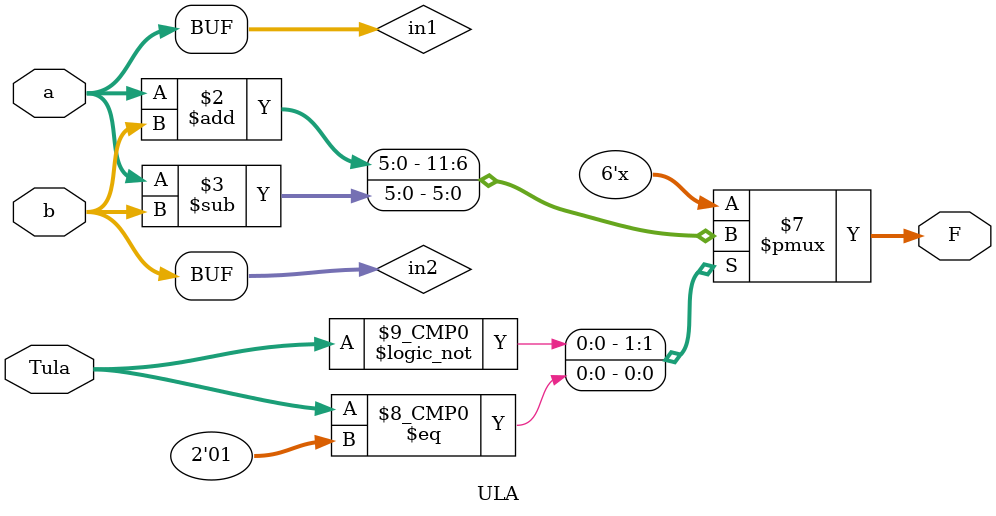
<source format=v>
module ULA(input[5:0] a, input[5:0] b, input[1:0] Tula, output reg[5:0] F);

reg[5:0] in1;
reg[5:0] in2;
initial in1 = a;
initial in2 = b;

always @(*)
begin
		case(Tula)
	
			2'b00:
			begin
				F = in1 + in2;
			end
			
			2'b01:
			begin
				F = in1 - in2;
			end
			
		endcase			
end

endmodule

</source>
